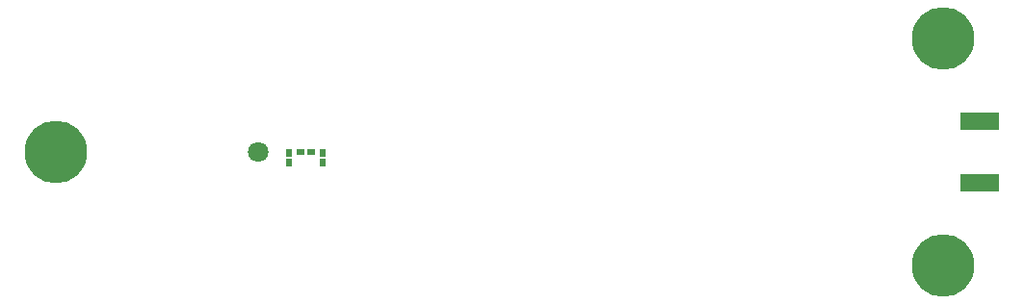
<source format=gbr>
G04*
G04 #@! TF.GenerationSoftware,Altium Limited,Altium Designer,24.9.1 (31)*
G04*
G04 Layer_Color=255*
%FSLAX25Y25*%
%MOIN*%
G70*
G04*
G04 #@! TF.SameCoordinates,BE83DA22-E0C5-4DDF-BF2C-7847B46FCBB1*
G04*
G04*
G04 #@! TF.FilePolarity,Positive*
G04*
G01*
G75*
%ADD17R,0.02598X0.02441*%
%ADD18R,0.02441X0.02598*%
%ADD25R,0.13780X0.05906*%
%ADD57C,0.07087*%
%ADD58C,0.21654*%
D17*
X100630Y59055D02*
D03*
X104095D02*
D03*
D18*
X96457Y58819D02*
D03*
Y55354D02*
D03*
X108268Y58819D02*
D03*
Y55354D02*
D03*
D25*
X335630Y69685D02*
D03*
Y48425D02*
D03*
D57*
X85827Y59055D02*
D03*
D58*
X322835Y19685D02*
D03*
Y98425D02*
D03*
X15748Y59055D02*
D03*
M02*

</source>
